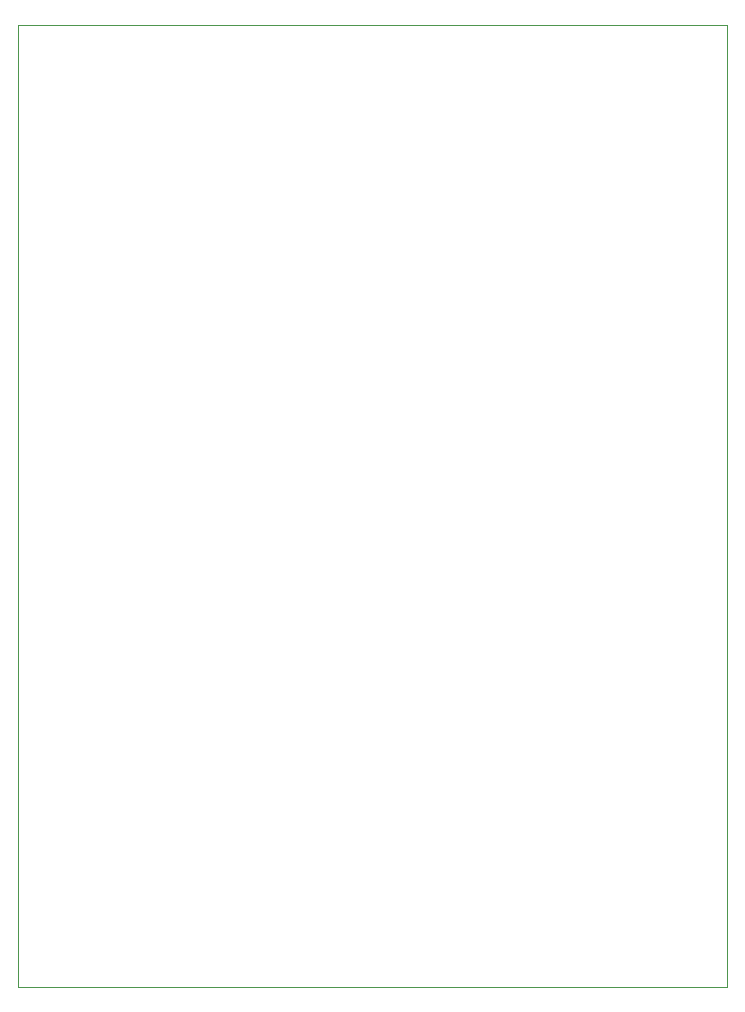
<source format=gm1>
G04 #@! TF.FileFunction,Profile,NP*
%FSLAX46Y46*%
G04 Gerber Fmt 4.6, Leading zero omitted, Abs format (unit mm)*
G04 Created by KiCad (PCBNEW 4.0.2+dfsg1-stable) date on. 29. nov. 2017 kl. 15.41 +0100*
%MOMM*%
G01*
G04 APERTURE LIST*
%ADD10C,0.100000*%
G04 APERTURE END LIST*
D10*
X140000000Y-120000000D02*
X80000000Y-120000000D01*
X140000000Y-38500000D02*
X140000000Y-40000000D01*
X80000000Y-38500000D02*
X140000000Y-38500000D01*
X80000000Y-40000000D02*
X80000000Y-38500000D01*
X80000000Y-120000000D02*
X80000000Y-40000000D01*
X140000000Y-40000000D02*
X140000000Y-120000000D01*
M02*

</source>
